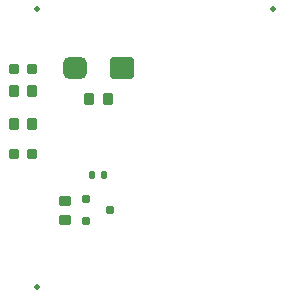
<source format=gtp>
G04*
G04 #@! TF.GenerationSoftware,Altium Limited,Altium Designer,21.2.1 (34)*
G04*
G04 Layer_Color=8421504*
%FSTAX24Y24*%
%MOIN*%
G70*
G04*
G04 #@! TF.SameCoordinates,890909AC-F37D-4DBD-918D-0C65A5470773*
G04*
G04*
G04 #@! TF.FilePolarity,Positive*
G04*
G01*
G75*
G04:AMPARAMS|DCode=16|XSize=23.6mil|YSize=19.7mil|CornerRadius=2mil|HoleSize=0mil|Usage=FLASHONLY|Rotation=270.000|XOffset=0mil|YOffset=0mil|HoleType=Round|Shape=RoundedRectangle|*
%AMROUNDEDRECTD16*
21,1,0.0236,0.0157,0,0,270.0*
21,1,0.0197,0.0197,0,0,270.0*
1,1,0.0039,-0.0079,-0.0098*
1,1,0.0039,-0.0079,0.0098*
1,1,0.0039,0.0079,0.0098*
1,1,0.0039,0.0079,-0.0098*
%
%ADD16ROUNDEDRECTD16*%
G04:AMPARAMS|DCode=17|XSize=70.9mil|YSize=78.7mil|CornerRadius=7.1mil|HoleSize=0mil|Usage=FLASHONLY|Rotation=90.000|XOffset=0mil|YOffset=0mil|HoleType=Round|Shape=RoundedRectangle|*
%AMROUNDEDRECTD17*
21,1,0.0709,0.0646,0,0,90.0*
21,1,0.0567,0.0787,0,0,90.0*
1,1,0.0142,0.0323,0.0283*
1,1,0.0142,0.0323,-0.0283*
1,1,0.0142,-0.0323,-0.0283*
1,1,0.0142,-0.0323,0.0283*
%
%ADD17ROUNDEDRECTD17*%
G04:AMPARAMS|DCode=18|XSize=70.9mil|YSize=78.7mil|CornerRadius=17.7mil|HoleSize=0mil|Usage=FLASHONLY|Rotation=90.000|XOffset=0mil|YOffset=0mil|HoleType=Round|Shape=RoundedRectangle|*
%AMROUNDEDRECTD18*
21,1,0.0709,0.0433,0,0,90.0*
21,1,0.0354,0.0787,0,0,90.0*
1,1,0.0354,0.0217,0.0177*
1,1,0.0354,0.0217,-0.0177*
1,1,0.0354,-0.0217,-0.0177*
1,1,0.0354,-0.0217,0.0177*
%
%ADD18ROUNDEDRECTD18*%
G04:AMPARAMS|DCode=19|XSize=23.6mil|YSize=27.6mil|CornerRadius=3.5mil|HoleSize=0mil|Usage=FLASHONLY|Rotation=90.000|XOffset=0mil|YOffset=0mil|HoleType=Round|Shape=RoundedRectangle|*
%AMROUNDEDRECTD19*
21,1,0.0236,0.0205,0,0,90.0*
21,1,0.0165,0.0276,0,0,90.0*
1,1,0.0071,0.0102,0.0083*
1,1,0.0071,0.0102,-0.0083*
1,1,0.0071,-0.0102,-0.0083*
1,1,0.0071,-0.0102,0.0083*
%
%ADD19ROUNDEDRECTD19*%
G04:AMPARAMS|DCode=20|XSize=37.4mil|YSize=31.5mil|CornerRadius=3.2mil|HoleSize=0mil|Usage=FLASHONLY|Rotation=90.000|XOffset=0mil|YOffset=0mil|HoleType=Round|Shape=RoundedRectangle|*
%AMROUNDEDRECTD20*
21,1,0.0374,0.0252,0,0,90.0*
21,1,0.0311,0.0315,0,0,90.0*
1,1,0.0063,0.0126,0.0156*
1,1,0.0063,0.0126,-0.0156*
1,1,0.0063,-0.0126,-0.0156*
1,1,0.0063,-0.0126,0.0156*
%
%ADD20ROUNDEDRECTD20*%
G04:AMPARAMS|DCode=21|XSize=31.5mil|YSize=31.5mil|CornerRadius=4.7mil|HoleSize=0mil|Usage=FLASHONLY|Rotation=270.000|XOffset=0mil|YOffset=0mil|HoleType=Round|Shape=RoundedRectangle|*
%AMROUNDEDRECTD21*
21,1,0.0315,0.0220,0,0,270.0*
21,1,0.0220,0.0315,0,0,270.0*
1,1,0.0094,-0.0110,-0.0110*
1,1,0.0094,-0.0110,0.0110*
1,1,0.0094,0.0110,0.0110*
1,1,0.0094,0.0110,-0.0110*
%
%ADD21ROUNDEDRECTD21*%
%ADD22C,0.0197*%
G04:AMPARAMS|DCode=23|XSize=37.4mil|YSize=31.5mil|CornerRadius=3.2mil|HoleSize=0mil|Usage=FLASHONLY|Rotation=0.000|XOffset=0mil|YOffset=0mil|HoleType=Round|Shape=RoundedRectangle|*
%AMROUNDEDRECTD23*
21,1,0.0374,0.0252,0,0,0.0*
21,1,0.0311,0.0315,0,0,0.0*
1,1,0.0063,0.0156,-0.0126*
1,1,0.0063,-0.0156,-0.0126*
1,1,0.0063,-0.0156,0.0126*
1,1,0.0063,0.0156,0.0126*
%
%ADD23ROUNDEDRECTD23*%
D16*
X016617Y016535D02*
D03*
X017011D02*
D03*
D17*
X017601Y020079D02*
D03*
D18*
X016027D02*
D03*
D19*
X017208Y015354D02*
D03*
X01642Y01498D02*
D03*
Y015728D02*
D03*
D20*
X016499Y019048D02*
D03*
X017129D02*
D03*
X014617Y019337D02*
D03*
X013987D02*
D03*
X014617Y018217D02*
D03*
X013987D02*
D03*
D21*
X014597Y017217D02*
D03*
X014007D02*
D03*
X014597Y020057D02*
D03*
X014007D02*
D03*
D22*
X014764Y012795D02*
D03*
X022638Y022047D02*
D03*
X014764D02*
D03*
D23*
X015694Y015669D02*
D03*
Y015039D02*
D03*
M02*

</source>
